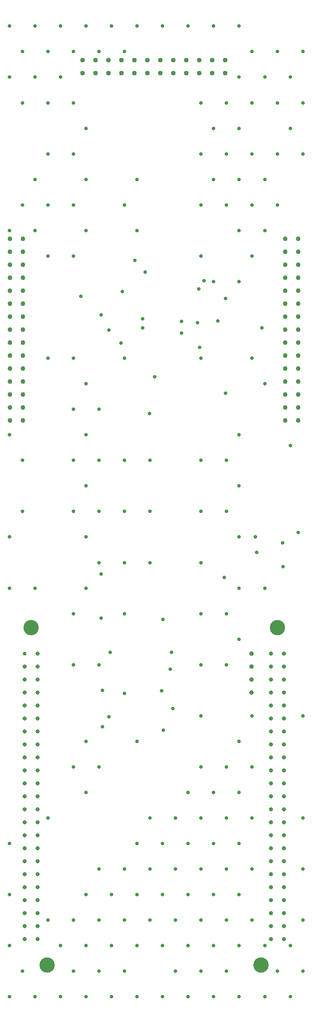
<source format=gbr>
G04 Layer_Color=0*
%FSLAX26Y26*%
%MOIN*%
%TF.FileFunction,Plated,1,6,PTH,Drill*%
%TF.Part,Single*%
G01*
G75*
%TA.AperFunction,ComponentDrill*%
%ADD85C,0.035433*%
%ADD86C,0.036221*%
%ADD87C,0.037402*%
%ADD88C,0.118110*%
%ADD89C,0.031496*%
%ADD90C,0.030000*%
%TA.AperFunction,ViaDrill,NotFilled*%
%ADD91C,0.028000*%
D85*
X901378Y-4573621D02*
D03*
X901378Y-4673621D02*
D03*
X901378Y-4773621D02*
D03*
X901378Y-4873621D02*
D03*
D86*
X-961811Y-2776618D02*
D03*
X-961811Y-2676618D02*
D03*
X-961811Y-2576618D02*
D03*
X-961811Y-2476618D02*
D03*
X-961811Y-2376618D02*
D03*
X-961811Y-2276618D02*
D03*
X-961811Y-2176618D02*
D03*
X-961811Y-2076618D02*
D03*
X-961811Y-1976618D02*
D03*
X-961811Y-1876618D02*
D03*
X-961811Y-1776618D02*
D03*
X-961811Y-1676618D02*
D03*
X-961811Y-1576618D02*
D03*
X-961811Y-1476618D02*
D03*
X-961811Y-1376618D02*
D03*
X-861811Y-2776618D02*
D03*
X-861811Y-2676618D02*
D03*
X-861811Y-2576618D02*
D03*
X-861811Y-2476618D02*
D03*
X-861811Y-2376618D02*
D03*
X-861811Y-2276618D02*
D03*
X-861811Y-2176618D02*
D03*
X-861811Y-2076618D02*
D03*
X-861811Y-1976618D02*
D03*
X-861811Y-1876618D02*
D03*
X-861811Y-1776618D02*
D03*
X-861811Y-1676618D02*
D03*
X-861811Y-1576618D02*
D03*
X-861811Y-1476618D02*
D03*
X-861811Y-1376618D02*
D03*
X1264173Y-1376618D02*
D03*
X1264173Y-1476618D02*
D03*
X1264173Y-1576618D02*
D03*
X1264173Y-1676618D02*
D03*
X1264173Y-1776618D02*
D03*
X1264173Y-1876618D02*
D03*
X1264173Y-1976618D02*
D03*
X1264173Y-2076618D02*
D03*
X1264173Y-2176618D02*
D03*
X1264173Y-2276618D02*
D03*
X1264173Y-2376618D02*
D03*
X1264173Y-2476618D02*
D03*
X1264173Y-2576618D02*
D03*
X1264173Y-2676618D02*
D03*
X1264173Y-2776618D02*
D03*
X1164173Y-1376618D02*
D03*
X1164173Y-1476618D02*
D03*
X1164173Y-1576618D02*
D03*
X1164173Y-1676618D02*
D03*
X1164173Y-1776618D02*
D03*
X1164173Y-1876618D02*
D03*
X1164173Y-1976618D02*
D03*
X1164173Y-2076618D02*
D03*
X1164173Y-2176618D02*
D03*
X1164173Y-2276618D02*
D03*
X1164173Y-2376618D02*
D03*
X1164173Y-2476618D02*
D03*
X1164173Y-2576618D02*
D03*
X1164173Y-2676618D02*
D03*
X1164173Y-2776618D02*
D03*
D87*
X600000Y-100000D02*
D03*
X600000Y0D02*
D03*
X500000Y0D02*
D03*
X400000Y0D02*
D03*
X300000Y0D02*
D03*
X200000Y0D02*
D03*
X100000Y0D02*
D03*
X0Y0D02*
D03*
X-100000Y0D02*
D03*
X-200000Y0D02*
D03*
X-300000Y0D02*
D03*
X-400000Y0D02*
D03*
X500000Y-100000D02*
D03*
X400000Y-100000D02*
D03*
X300000Y-100000D02*
D03*
X200000Y-100000D02*
D03*
X100000Y-100000D02*
D03*
X0Y-100000D02*
D03*
X-100000Y-100000D02*
D03*
X-200000Y-100000D02*
D03*
X-300000Y-100000D02*
D03*
X-400000Y-100000D02*
D03*
X700000Y0D02*
D03*
X700000Y-100000D02*
D03*
D88*
X-798622Y-4373622D02*
D03*
X1101378Y-4373622D02*
D03*
X976378Y-6973622D02*
D03*
X-673622Y-6973622D02*
D03*
D89*
X-748622Y-4573622D02*
D03*
X-748622Y-4673622D02*
D03*
X-748622Y-4773622D02*
D03*
X-748622Y-4873622D02*
D03*
X-748622Y-4973622D02*
D03*
X-748622Y-5073622D02*
D03*
X-748622Y-5173622D02*
D03*
X-748622Y-5273622D02*
D03*
X-748622Y-5373622D02*
D03*
X-748622Y-5473622D02*
D03*
X-748622Y-5573622D02*
D03*
X-748622Y-5673622D02*
D03*
X-748622Y-5773622D02*
D03*
X-748622Y-5873622D02*
D03*
X-748622Y-5973622D02*
D03*
X-748622Y-6073622D02*
D03*
X-748622Y-6173622D02*
D03*
X-748622Y-6273622D02*
D03*
X-748622Y-6373622D02*
D03*
X-748622Y-6473622D02*
D03*
X-748622Y-6573622D02*
D03*
X-748622Y-6673622D02*
D03*
X-748622Y-6773622D02*
D03*
X-848622Y-4673622D02*
D03*
X-848622Y-4773622D02*
D03*
X-848622Y-4873622D02*
D03*
X-848622Y-4973622D02*
D03*
X-848622Y-5073622D02*
D03*
X-848622Y-5173622D02*
D03*
X-848622Y-5273622D02*
D03*
X-848622Y-5373622D02*
D03*
X-848622Y-5473622D02*
D03*
X-848622Y-5573622D02*
D03*
X-848622Y-5673622D02*
D03*
X-848622Y-5773622D02*
D03*
X-848622Y-5873622D02*
D03*
X-848622Y-5973622D02*
D03*
X-848622Y-6073622D02*
D03*
X-848622Y-6173622D02*
D03*
X-848622Y-6273622D02*
D03*
X-848622Y-6373622D02*
D03*
X-848622Y-6473622D02*
D03*
X-848622Y-6573622D02*
D03*
X-848622Y-6673622D02*
D03*
X-848622Y-6773622D02*
D03*
X1051378Y-4573622D02*
D03*
X1151378Y-4573622D02*
D03*
X1151378Y-4673622D02*
D03*
X1151378Y-4773622D02*
D03*
X1151378Y-4873622D02*
D03*
X1151378Y-4973622D02*
D03*
X1151378Y-5073622D02*
D03*
X1151378Y-5173622D02*
D03*
X1151378Y-5273622D02*
D03*
X1151378Y-5373622D02*
D03*
X1151378Y-5473622D02*
D03*
X1151378Y-5573622D02*
D03*
X1151378Y-5673622D02*
D03*
X1151378Y-5773622D02*
D03*
X1151378Y-5873622D02*
D03*
X1151378Y-5973622D02*
D03*
X1151378Y-6073622D02*
D03*
X1151378Y-6173622D02*
D03*
X1151378Y-6273622D02*
D03*
X1151378Y-6373622D02*
D03*
X1151378Y-6473622D02*
D03*
X1151378Y-6573622D02*
D03*
X1151378Y-6673622D02*
D03*
X1151378Y-6773622D02*
D03*
X1051378Y-4673622D02*
D03*
X1051378Y-4773622D02*
D03*
X1051378Y-4873622D02*
D03*
X1051378Y-4973622D02*
D03*
X1051378Y-5073622D02*
D03*
X1051378Y-5173622D02*
D03*
X1051378Y-5273622D02*
D03*
X1051378Y-5373622D02*
D03*
X1051378Y-5473622D02*
D03*
X1051378Y-5573622D02*
D03*
X1051378Y-5673622D02*
D03*
X1051378Y-5773622D02*
D03*
X1051378Y-5873622D02*
D03*
X1051378Y-5973622D02*
D03*
X1051378Y-6073622D02*
D03*
X1051378Y-6173622D02*
D03*
X1051378Y-6273622D02*
D03*
X1051378Y-6373622D02*
D03*
X1051378Y-6473622D02*
D03*
X1051378Y-6573622D02*
D03*
X1051378Y-6673622D02*
D03*
X1051378Y-6773622D02*
D03*
D90*
X-848622Y-4573622D02*
D03*
D91*
X694324Y-3986122D02*
D03*
X-258352Y-3961122D02*
D03*
X1145000Y-3905000D02*
D03*
X361378Y-2103256D02*
D03*
X221378Y-5163622D02*
D03*
X277324Y-4693122D02*
D03*
X296324Y-4998122D02*
D03*
X-77676Y-4881122D02*
D03*
X-198676Y-5059122D02*
D03*
X-255676Y-4301122D02*
D03*
X218324Y-4311122D02*
D03*
X-248622Y-4858622D02*
D03*
X209450Y-4861024D02*
D03*
X-248622Y-5138622D02*
D03*
X-188622Y-4563622D02*
D03*
X286378Y-4563622D02*
D03*
X497324Y-1765122D02*
D03*
X537324Y-1700122D02*
D03*
X82324Y-1635122D02*
D03*
X642324Y-2010122D02*
D03*
X-92676Y-1785122D02*
D03*
X2324Y-1545122D02*
D03*
X62324Y-1995122D02*
D03*
X-257676Y-1965122D02*
D03*
X502324Y-2215122D02*
D03*
X487324Y-2025122D02*
D03*
X117324Y-2725122D02*
D03*
X1142324Y-3720122D02*
D03*
X-197676Y-2080122D02*
D03*
X1202324Y-2970122D02*
D03*
X-102676Y-2180122D02*
D03*
X157324Y-2440122D02*
D03*
X704118Y-1837918D02*
D03*
X702324Y-2568122D02*
D03*
X941378Y-3793622D02*
D03*
X361378Y-2013622D02*
D03*
X61378Y-2063622D02*
D03*
X-414354Y-1820224D02*
D03*
X981378Y-2063622D02*
D03*
X931378Y-3673622D02*
D03*
X1264174Y-3641574D02*
D03*
X-964030Y-7218735D02*
D03*
X-865605Y-7021885D02*
D03*
X-964030Y-6825034D02*
D03*
X-964030Y-6431334D02*
D03*
X-964030Y-6037633D02*
D03*
X-964030Y-4069129D02*
D03*
X-964030Y-3675428D02*
D03*
X-865605Y-3478578D02*
D03*
X-865605Y-3084877D02*
D03*
X-964030Y-2888026D02*
D03*
X-964030Y-1313223D02*
D03*
X-865605Y-1116373D02*
D03*
X-865605Y-328971D02*
D03*
X-964030Y-132121D02*
D03*
X-865605Y64730D02*
D03*
X-964030Y261580D02*
D03*
X-767180Y-7218735D02*
D03*
X-668754Y-6628184D02*
D03*
X-668754Y-5840782D02*
D03*
X-767180Y-4069129D02*
D03*
X-668754Y-2297475D02*
D03*
X-668754Y-1510074D02*
D03*
X-767180Y-1313223D02*
D03*
X-668754Y-1116373D02*
D03*
X-767180Y-919522D02*
D03*
X-668754Y-722672D02*
D03*
X-668754Y-328971D02*
D03*
X-767180Y-132121D02*
D03*
X-668754Y64730D02*
D03*
X-767180Y261580D02*
D03*
X-570329Y-7218735D02*
D03*
X-471904Y-7021885D02*
D03*
X-570329Y-6825034D02*
D03*
X-471904Y-6628184D02*
D03*
X-471904Y-5447082D02*
D03*
X-471904Y-4659680D02*
D03*
X-471904Y-4265979D02*
D03*
X-471904Y-3478578D02*
D03*
X-471904Y-3084877D02*
D03*
X-471904Y-2691176D02*
D03*
X-471904Y-2297475D02*
D03*
X-471904Y-1510074D02*
D03*
X-471904Y-1116373D02*
D03*
X-471904Y-722672D02*
D03*
X-471904Y-328971D02*
D03*
X-570329Y-132121D02*
D03*
X-471904Y64730D02*
D03*
X-570329Y261580D02*
D03*
X-373479Y-7218735D02*
D03*
X-275054Y-7021885D02*
D03*
X-373479Y-6825034D02*
D03*
X-275054Y-6628184D02*
D03*
X-373479Y-6431334D02*
D03*
X-275054Y-6234483D02*
D03*
X-373479Y-5643932D02*
D03*
X-275054Y-5447082D02*
D03*
X-373479Y-5250231D02*
D03*
X-275054Y-4659680D02*
D03*
X-373479Y-4069129D02*
D03*
X-275054Y-3872278D02*
D03*
X-373479Y-3675428D02*
D03*
X-275054Y-3478578D02*
D03*
X-373479Y-3281727D02*
D03*
X-275054Y-3084877D02*
D03*
X-373479Y-2888026D02*
D03*
X-275054Y-2691176D02*
D03*
X-373479Y-2494326D02*
D03*
X-373479Y-1313223D02*
D03*
X-373479Y-919522D02*
D03*
X-373479Y-525822D02*
D03*
X-275054Y64730D02*
D03*
X-373479Y261580D02*
D03*
X-176628Y-7218735D02*
D03*
X-78203Y-7021885D02*
D03*
X-176628Y-6825034D02*
D03*
X-78203Y-6628184D02*
D03*
X-176628Y-6431334D02*
D03*
X-78203Y-6234483D02*
D03*
X-78203Y-4265979D02*
D03*
X-78203Y-3872278D02*
D03*
X-78203Y-3478578D02*
D03*
X-78203Y-3084877D02*
D03*
X-78203Y-2297475D02*
D03*
X-78203Y-1116373D02*
D03*
X-78203Y64730D02*
D03*
X-176628Y261580D02*
D03*
X20222Y-7218735D02*
D03*
X20222Y-6825034D02*
D03*
X118647Y-6628184D02*
D03*
X20222Y-6431334D02*
D03*
X118647Y-6234483D02*
D03*
X20222Y-6037633D02*
D03*
X118647Y-5840782D02*
D03*
X20222Y-5250231D02*
D03*
X118647Y-3872278D02*
D03*
X118647Y-3478578D02*
D03*
X118647Y-3084877D02*
D03*
X20222Y-1313223D02*
D03*
X20222Y-919522D02*
D03*
X20222Y261580D02*
D03*
X217072Y-7218735D02*
D03*
X315498Y-7021885D02*
D03*
X217072Y-6825034D02*
D03*
X315498Y-6628184D02*
D03*
X217072Y-6431334D02*
D03*
X315498Y-6234483D02*
D03*
X217072Y-6037633D02*
D03*
X315498Y-5840782D02*
D03*
X217072Y261580D02*
D03*
X413923Y-7218735D02*
D03*
X512348Y-7021885D02*
D03*
X413923Y-6825034D02*
D03*
X512348Y-6628184D02*
D03*
X413923Y-6431334D02*
D03*
X512348Y-6234483D02*
D03*
X413923Y-6037633D02*
D03*
X512348Y-5840782D02*
D03*
X413923Y-5643932D02*
D03*
X512348Y-5447082D02*
D03*
X512348Y-5053381D02*
D03*
X512348Y-4659680D02*
D03*
X512348Y-4265979D02*
D03*
X512348Y-3872278D02*
D03*
X512348Y-3478578D02*
D03*
X512348Y-3084877D02*
D03*
X512348Y-2297475D02*
D03*
X512348Y-1510074D02*
D03*
X512348Y-1116373D02*
D03*
X512348Y-722672D02*
D03*
X512348Y-328971D02*
D03*
X413923Y261580D02*
D03*
X610773Y-7218735D02*
D03*
X709198Y-7021885D02*
D03*
X610773Y-6825034D02*
D03*
X709198Y-6628184D02*
D03*
X610773Y-6431334D02*
D03*
X709198Y-6234483D02*
D03*
X610773Y-6037633D02*
D03*
X709198Y-5840782D02*
D03*
X610773Y-5643932D02*
D03*
X709198Y-5447082D02*
D03*
X709198Y-4659680D02*
D03*
X709198Y-4265979D02*
D03*
X709198Y-3478578D02*
D03*
X709198Y-3084877D02*
D03*
X610773Y-1706924D02*
D03*
X709198Y-1116373D02*
D03*
X610773Y-919522D02*
D03*
X709198Y-722672D02*
D03*
X610773Y-525822D02*
D03*
X709198Y-328971D02*
D03*
X610773Y261580D02*
D03*
X807624Y-7218735D02*
D03*
X807624Y-6825034D02*
D03*
X906049Y-6628184D02*
D03*
X807624Y-6431334D02*
D03*
X906049Y-6234483D02*
D03*
X807624Y-6037633D02*
D03*
X906049Y-5840782D02*
D03*
X807624Y-5643932D02*
D03*
X906049Y-5447082D02*
D03*
X807624Y-5250231D02*
D03*
X906049Y-5053381D02*
D03*
X807624Y-4462830D02*
D03*
X807624Y-4069129D02*
D03*
X807624Y-3675428D02*
D03*
X807624Y-3281727D02*
D03*
X807624Y-2888026D02*
D03*
X906049Y-2297475D02*
D03*
X807624Y-1706924D02*
D03*
X906049Y-1510074D02*
D03*
X807624Y-1313223D02*
D03*
X906049Y-1116373D02*
D03*
X807624Y-919522D02*
D03*
X906049Y-722672D02*
D03*
X807624Y-525822D02*
D03*
X906049Y-328971D02*
D03*
X807624Y-132121D02*
D03*
X906049Y64730D02*
D03*
X807624Y261580D02*
D03*
X1004474Y-7218735D02*
D03*
X1102899Y-7021885D02*
D03*
X1004474Y-6825034D02*
D03*
X1004474Y-4069129D02*
D03*
X1004474Y-2494326D02*
D03*
X1004474Y-1313223D02*
D03*
X1102899Y-1116373D02*
D03*
X1004474Y-919522D02*
D03*
X1102899Y-722672D02*
D03*
X1102899Y-328971D02*
D03*
X1004474Y-132121D02*
D03*
X1102899Y64730D02*
D03*
X1201324Y-7218735D02*
D03*
X1299750Y-7021885D02*
D03*
X1201324Y-6825034D02*
D03*
X1299750Y-6628184D02*
D03*
X1299750Y-6234483D02*
D03*
X1299750Y-5840782D02*
D03*
X1299750Y-5053381D02*
D03*
X1299750Y-722672D02*
D03*
X1201324Y-525822D02*
D03*
X1299750Y-328971D02*
D03*
X1201324Y-132121D02*
D03*
X1299750Y64730D02*
D03*
%TF.MD5,7a5ba58a4b0b3021505405e8e13005df*%
M02*

</source>
